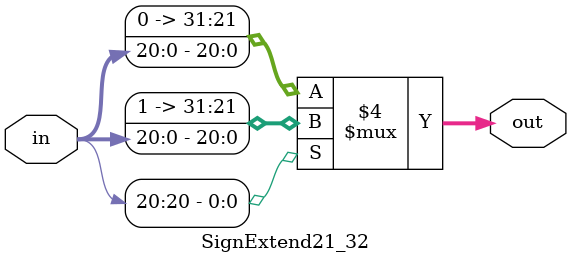
<source format=v>
`timescale 1ns / 1ps
module SignExtend21_32(input wire [20:0] in, output reg [31:0] out);

	always @(*)
	begin
		if(in[20] == 1)
		begin
			out = {11'b11111111111 , in}; 
		end
		else
		begin
			out = {11'b00000000000 ,in};
		end
	end


endmodule

</source>
